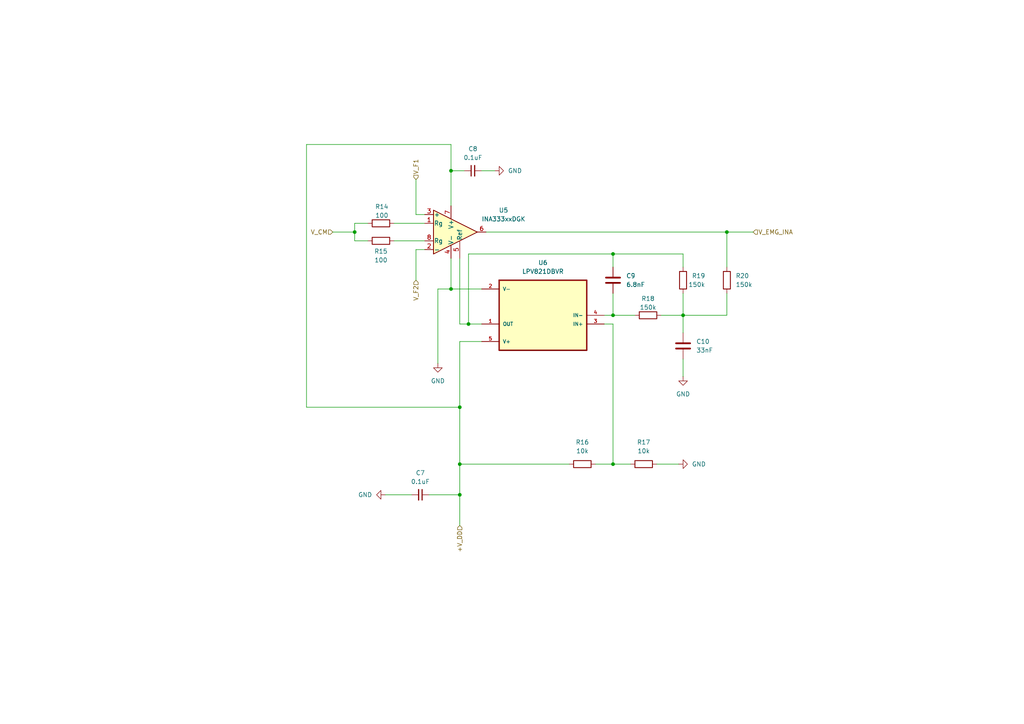
<source format=kicad_sch>
(kicad_sch
	(version 20231120)
	(generator "eeschema")
	(generator_version "8.0")
	(uuid "c3f45c6e-9751-4e4e-a212-dbf5b25dc3aa")
	(paper "A4")
	(lib_symbols
		(symbol "Amplifier_Instrumentation:INA333xxDGK"
			(pin_names
				(offset 0.127)
			)
			(exclude_from_sim no)
			(in_bom yes)
			(on_board yes)
			(property "Reference" "U"
				(at 3.81 3.175 0)
				(effects
					(font
						(size 1.27 1.27)
					)
					(justify left)
				)
			)
			(property "Value" "INA333xxDGK"
				(at 3.81 -3.175 0)
				(effects
					(font
						(size 1.27 1.27)
					)
					(justify left)
				)
			)
			(property "Footprint" "Package_SO:VSSOP-8_3x3mm_P0.65mm"
				(at 0 -7.62 0)
				(effects
					(font
						(size 1.27 1.27)
					)
					(hide yes)
				)
			)
			(property "Datasheet" "https://www.ti.com/lit/ds/symlink/ina333.pdf"
				(at 2.54 0 0)
				(effects
					(font
						(size 1.27 1.27)
					)
					(hide yes)
				)
			)
			(property "Description" "Zero Drift, Micropower Instrumentation Amplifier G = 1 + 100kOhm/Rg, VSSOP-8"
				(at 0 0 0)
				(effects
					(font
						(size 1.27 1.27)
					)
					(hide yes)
				)
			)
			(property "ki_keywords" "instrumentation opamp amplifier"
				(at 0 0 0)
				(effects
					(font
						(size 1.27 1.27)
					)
					(hide yes)
				)
			)
			(property "ki_fp_filters" "VSSOP*3x3mm*P0.65mm*"
				(at 0 0 0)
				(effects
					(font
						(size 1.27 1.27)
					)
					(hide yes)
				)
			)
			(symbol "INA333xxDGK_0_1"
				(polyline
					(pts
						(xy 7.62 0) (xy -5.08 6.35) (xy -5.08 -6.35) (xy 7.62 0)
					)
					(stroke
						(width 0.254)
						(type default)
					)
					(fill
						(type background)
					)
				)
			)
			(symbol "INA333xxDGK_1_1"
				(pin passive line
					(at -7.62 2.54 0)
					(length 2.54)
					(name "Rg"
						(effects
							(font
								(size 1.27 1.27)
							)
						)
					)
					(number "1"
						(effects
							(font
								(size 1.27 1.27)
							)
						)
					)
				)
				(pin input line
					(at -7.62 -5.08 0)
					(length 2.54)
					(name "-"
						(effects
							(font
								(size 1.27 1.27)
							)
						)
					)
					(number "2"
						(effects
							(font
								(size 1.27 1.27)
							)
						)
					)
				)
				(pin input line
					(at -7.62 5.08 0)
					(length 2.54)
					(name "+"
						(effects
							(font
								(size 1.27 1.27)
							)
						)
					)
					(number "3"
						(effects
							(font
								(size 1.27 1.27)
							)
						)
					)
				)
				(pin power_in line
					(at 0 -7.62 90)
					(length 3.81)
					(name "V-"
						(effects
							(font
								(size 1.27 1.27)
							)
						)
					)
					(number "4"
						(effects
							(font
								(size 1.27 1.27)
							)
						)
					)
				)
				(pin input line
					(at 2.54 -7.62 90)
					(length 5.08)
					(name "Ref"
						(effects
							(font
								(size 1.27 1.27)
							)
						)
					)
					(number "5"
						(effects
							(font
								(size 1.27 1.27)
							)
						)
					)
				)
				(pin output line
					(at 10.16 0 180)
					(length 2.54)
					(name "~"
						(effects
							(font
								(size 1.27 1.27)
							)
						)
					)
					(number "6"
						(effects
							(font
								(size 1.27 1.27)
							)
						)
					)
				)
				(pin power_in line
					(at 0 7.62 270)
					(length 3.81)
					(name "V+"
						(effects
							(font
								(size 1.27 1.27)
							)
						)
					)
					(number "7"
						(effects
							(font
								(size 1.27 1.27)
							)
						)
					)
				)
				(pin passive line
					(at -7.62 -2.54 0)
					(length 2.54)
					(name "Rg"
						(effects
							(font
								(size 1.27 1.27)
							)
						)
					)
					(number "8"
						(effects
							(font
								(size 1.27 1.27)
							)
						)
					)
				)
			)
		)
		(symbol "Device:C"
			(pin_numbers hide)
			(pin_names
				(offset 0.254)
			)
			(exclude_from_sim no)
			(in_bom yes)
			(on_board yes)
			(property "Reference" "C"
				(at 0.635 2.54 0)
				(effects
					(font
						(size 1.27 1.27)
					)
					(justify left)
				)
			)
			(property "Value" "C"
				(at 0.635 -2.54 0)
				(effects
					(font
						(size 1.27 1.27)
					)
					(justify left)
				)
			)
			(property "Footprint" ""
				(at 0.9652 -3.81 0)
				(effects
					(font
						(size 1.27 1.27)
					)
					(hide yes)
				)
			)
			(property "Datasheet" "~"
				(at 0 0 0)
				(effects
					(font
						(size 1.27 1.27)
					)
					(hide yes)
				)
			)
			(property "Description" "Unpolarized capacitor"
				(at 0 0 0)
				(effects
					(font
						(size 1.27 1.27)
					)
					(hide yes)
				)
			)
			(property "ki_keywords" "cap capacitor"
				(at 0 0 0)
				(effects
					(font
						(size 1.27 1.27)
					)
					(hide yes)
				)
			)
			(property "ki_fp_filters" "C_*"
				(at 0 0 0)
				(effects
					(font
						(size 1.27 1.27)
					)
					(hide yes)
				)
			)
			(symbol "C_0_1"
				(polyline
					(pts
						(xy -2.032 -0.762) (xy 2.032 -0.762)
					)
					(stroke
						(width 0.508)
						(type default)
					)
					(fill
						(type none)
					)
				)
				(polyline
					(pts
						(xy -2.032 0.762) (xy 2.032 0.762)
					)
					(stroke
						(width 0.508)
						(type default)
					)
					(fill
						(type none)
					)
				)
			)
			(symbol "C_1_1"
				(pin passive line
					(at 0 3.81 270)
					(length 2.794)
					(name "~"
						(effects
							(font
								(size 1.27 1.27)
							)
						)
					)
					(number "1"
						(effects
							(font
								(size 1.27 1.27)
							)
						)
					)
				)
				(pin passive line
					(at 0 -3.81 90)
					(length 2.794)
					(name "~"
						(effects
							(font
								(size 1.27 1.27)
							)
						)
					)
					(number "2"
						(effects
							(font
								(size 1.27 1.27)
							)
						)
					)
				)
			)
		)
		(symbol "Device:C_Small"
			(pin_numbers hide)
			(pin_names
				(offset 0.254) hide)
			(exclude_from_sim no)
			(in_bom yes)
			(on_board yes)
			(property "Reference" "C"
				(at 0.254 1.778 0)
				(effects
					(font
						(size 1.27 1.27)
					)
					(justify left)
				)
			)
			(property "Value" "C_Small"
				(at 0.254 -2.032 0)
				(effects
					(font
						(size 1.27 1.27)
					)
					(justify left)
				)
			)
			(property "Footprint" ""
				(at 0 0 0)
				(effects
					(font
						(size 1.27 1.27)
					)
					(hide yes)
				)
			)
			(property "Datasheet" "~"
				(at 0 0 0)
				(effects
					(font
						(size 1.27 1.27)
					)
					(hide yes)
				)
			)
			(property "Description" "Unpolarized capacitor, small symbol"
				(at 0 0 0)
				(effects
					(font
						(size 1.27 1.27)
					)
					(hide yes)
				)
			)
			(property "ki_keywords" "capacitor cap"
				(at 0 0 0)
				(effects
					(font
						(size 1.27 1.27)
					)
					(hide yes)
				)
			)
			(property "ki_fp_filters" "C_*"
				(at 0 0 0)
				(effects
					(font
						(size 1.27 1.27)
					)
					(hide yes)
				)
			)
			(symbol "C_Small_0_1"
				(polyline
					(pts
						(xy -1.524 -0.508) (xy 1.524 -0.508)
					)
					(stroke
						(width 0.3302)
						(type default)
					)
					(fill
						(type none)
					)
				)
				(polyline
					(pts
						(xy -1.524 0.508) (xy 1.524 0.508)
					)
					(stroke
						(width 0.3048)
						(type default)
					)
					(fill
						(type none)
					)
				)
			)
			(symbol "C_Small_1_1"
				(pin passive line
					(at 0 2.54 270)
					(length 2.032)
					(name "~"
						(effects
							(font
								(size 1.27 1.27)
							)
						)
					)
					(number "1"
						(effects
							(font
								(size 1.27 1.27)
							)
						)
					)
				)
				(pin passive line
					(at 0 -2.54 90)
					(length 2.032)
					(name "~"
						(effects
							(font
								(size 1.27 1.27)
							)
						)
					)
					(number "2"
						(effects
							(font
								(size 1.27 1.27)
							)
						)
					)
				)
			)
		)
		(symbol "Device:R"
			(pin_numbers hide)
			(pin_names
				(offset 0)
			)
			(exclude_from_sim no)
			(in_bom yes)
			(on_board yes)
			(property "Reference" "R"
				(at 2.032 0 90)
				(effects
					(font
						(size 1.27 1.27)
					)
				)
			)
			(property "Value" "R"
				(at 0 0 90)
				(effects
					(font
						(size 1.27 1.27)
					)
				)
			)
			(property "Footprint" ""
				(at -1.778 0 90)
				(effects
					(font
						(size 1.27 1.27)
					)
					(hide yes)
				)
			)
			(property "Datasheet" "~"
				(at 0 0 0)
				(effects
					(font
						(size 1.27 1.27)
					)
					(hide yes)
				)
			)
			(property "Description" "Resistor"
				(at 0 0 0)
				(effects
					(font
						(size 1.27 1.27)
					)
					(hide yes)
				)
			)
			(property "ki_keywords" "R res resistor"
				(at 0 0 0)
				(effects
					(font
						(size 1.27 1.27)
					)
					(hide yes)
				)
			)
			(property "ki_fp_filters" "R_*"
				(at 0 0 0)
				(effects
					(font
						(size 1.27 1.27)
					)
					(hide yes)
				)
			)
			(symbol "R_0_1"
				(rectangle
					(start -1.016 -2.54)
					(end 1.016 2.54)
					(stroke
						(width 0.254)
						(type default)
					)
					(fill
						(type none)
					)
				)
			)
			(symbol "R_1_1"
				(pin passive line
					(at 0 3.81 270)
					(length 1.27)
					(name "~"
						(effects
							(font
								(size 1.27 1.27)
							)
						)
					)
					(number "1"
						(effects
							(font
								(size 1.27 1.27)
							)
						)
					)
				)
				(pin passive line
					(at 0 -3.81 90)
					(length 1.27)
					(name "~"
						(effects
							(font
								(size 1.27 1.27)
							)
						)
					)
					(number "2"
						(effects
							(font
								(size 1.27 1.27)
							)
						)
					)
				)
			)
		)
		(symbol "LPV821DBVR:LPV821DBVR"
			(pin_names
				(offset 1.016)
			)
			(exclude_from_sim no)
			(in_bom yes)
			(on_board yes)
			(property "Reference" "U"
				(at -12.7 11.1506 0)
				(effects
					(font
						(size 1.27 1.27)
					)
					(justify left bottom)
				)
			)
			(property "Value" "LPV821DBVR"
				(at -12.7 -14.1478 0)
				(effects
					(font
						(size 1.27 1.27)
					)
					(justify left bottom)
				)
			)
			(property "Footprint" "SOT95P280X145-5N"
				(at 0 0 0)
				(effects
					(font
						(size 1.27 1.27)
					)
					(justify left bottom)
					(hide yes)
				)
			)
			(property "Datasheet" ""
				(at 0 0 0)
				(effects
					(font
						(size 1.27 1.27)
					)
					(justify left bottom)
					(hide yes)
				)
			)
			(property "Description" ""
				(at 0 0 0)
				(effects
					(font
						(size 1.27 1.27)
					)
					(hide yes)
				)
			)
			(property "MF" "Texas Instruments"
				(at 0 0 0)
				(effects
					(font
						(size 1.27 1.27)
					)
					(justify left bottom)
					(hide yes)
				)
			)
			(property "Description_1" "\\n650nA, Precision Zero-Drift Nanopower Amplifier\\n"
				(at 0 0 0)
				(effects
					(font
						(size 1.27 1.27)
					)
					(justify left bottom)
					(hide yes)
				)
			)
			(property "Package" "SOT-23-5 Texas Instruments"
				(at 0 0 0)
				(effects
					(font
						(size 1.27 1.27)
					)
					(justify left bottom)
					(hide yes)
				)
			)
			(property "Price" "None"
				(at 0 0 0)
				(effects
					(font
						(size 1.27 1.27)
					)
					(justify left bottom)
					(hide yes)
				)
			)
			(property "SnapEDA_Link" "https://www.snapeda.com/parts/LPV821DBVR/Texas+Instruments/view-part/?ref=snap"
				(at 0 0 0)
				(effects
					(font
						(size 1.27 1.27)
					)
					(justify left bottom)
					(hide yes)
				)
			)
			(property "MP" "LPV821DBVR"
				(at 0 0 0)
				(effects
					(font
						(size 1.27 1.27)
					)
					(justify left bottom)
					(hide yes)
				)
			)
			(property "Purchase-URL" "https://www.snapeda.com/api/url_track_click_mouser/?unipart_id=2773057&manufacturer=Texas Instruments&part_name=LPV821DBVR&search_term=None"
				(at 0 0 0)
				(effects
					(font
						(size 1.27 1.27)
					)
					(justify left bottom)
					(hide yes)
				)
			)
			(property "Availability" "In Stock"
				(at 0 0 0)
				(effects
					(font
						(size 1.27 1.27)
					)
					(justify left bottom)
					(hide yes)
				)
			)
			(property "Check_prices" "https://www.snapeda.com/parts/LPV821DBVR/Texas+Instruments/view-part/?ref=eda"
				(at 0 0 0)
				(effects
					(font
						(size 1.27 1.27)
					)
					(justify left bottom)
					(hide yes)
				)
			)
			(property "ki_locked" ""
				(at 0 0 0)
				(effects
					(font
						(size 1.27 1.27)
					)
				)
			)
			(symbol "LPV821DBVR_0_0"
				(rectangle
					(start -12.7 -10.16)
					(end 12.7 10.16)
					(stroke
						(width 0.4064)
						(type solid)
					)
					(fill
						(type background)
					)
				)
				(pin output line
					(at 17.78 2.54 180)
					(length 5.08)
					(name "OUT"
						(effects
							(font
								(size 1.016 1.016)
							)
						)
					)
					(number "1"
						(effects
							(font
								(size 1.016 1.016)
							)
						)
					)
				)
				(pin power_in line
					(at 17.78 -7.62 180)
					(length 5.08)
					(name "V-"
						(effects
							(font
								(size 1.016 1.016)
							)
						)
					)
					(number "2"
						(effects
							(font
								(size 1.016 1.016)
							)
						)
					)
				)
				(pin input line
					(at -17.78 2.54 0)
					(length 5.08)
					(name "IN+"
						(effects
							(font
								(size 1.016 1.016)
							)
						)
					)
					(number "3"
						(effects
							(font
								(size 1.016 1.016)
							)
						)
					)
				)
				(pin input line
					(at -17.78 0 0)
					(length 5.08)
					(name "IN-"
						(effects
							(font
								(size 1.016 1.016)
							)
						)
					)
					(number "4"
						(effects
							(font
								(size 1.016 1.016)
							)
						)
					)
				)
				(pin power_in line
					(at 17.78 7.62 180)
					(length 5.08)
					(name "V+"
						(effects
							(font
								(size 1.016 1.016)
							)
						)
					)
					(number "5"
						(effects
							(font
								(size 1.016 1.016)
							)
						)
					)
				)
			)
		)
		(symbol "power:GND"
			(power)
			(pin_numbers hide)
			(pin_names
				(offset 0) hide)
			(exclude_from_sim no)
			(in_bom yes)
			(on_board yes)
			(property "Reference" "#PWR"
				(at 0 -6.35 0)
				(effects
					(font
						(size 1.27 1.27)
					)
					(hide yes)
				)
			)
			(property "Value" "GND"
				(at 0 -3.81 0)
				(effects
					(font
						(size 1.27 1.27)
					)
				)
			)
			(property "Footprint" ""
				(at 0 0 0)
				(effects
					(font
						(size 1.27 1.27)
					)
					(hide yes)
				)
			)
			(property "Datasheet" ""
				(at 0 0 0)
				(effects
					(font
						(size 1.27 1.27)
					)
					(hide yes)
				)
			)
			(property "Description" "Power symbol creates a global label with name \"GND\" , ground"
				(at 0 0 0)
				(effects
					(font
						(size 1.27 1.27)
					)
					(hide yes)
				)
			)
			(property "ki_keywords" "global power"
				(at 0 0 0)
				(effects
					(font
						(size 1.27 1.27)
					)
					(hide yes)
				)
			)
			(symbol "GND_0_1"
				(polyline
					(pts
						(xy 0 0) (xy 0 -1.27) (xy 1.27 -1.27) (xy 0 -2.54) (xy -1.27 -1.27) (xy 0 -1.27)
					)
					(stroke
						(width 0)
						(type default)
					)
					(fill
						(type none)
					)
				)
			)
			(symbol "GND_1_1"
				(pin power_in line
					(at 0 0 270)
					(length 0)
					(name "~"
						(effects
							(font
								(size 1.27 1.27)
							)
						)
					)
					(number "1"
						(effects
							(font
								(size 1.27 1.27)
							)
						)
					)
				)
			)
		)
	)
	(junction
		(at 177.8 134.62)
		(diameter 0)
		(color 0 0 0 0)
		(uuid "20d7fe72-e138-4466-affe-de6924c82135")
	)
	(junction
		(at 135.89 93.98)
		(diameter 0)
		(color 0 0 0 0)
		(uuid "3cea7bbe-93c6-42da-ad3c-f63ea3dda0f1")
	)
	(junction
		(at 130.81 83.82)
		(diameter 0)
		(color 0 0 0 0)
		(uuid "4220abe8-be2a-4cc0-a7ad-cdb9591b6b63")
	)
	(junction
		(at 133.35 118.11)
		(diameter 0)
		(color 0 0 0 0)
		(uuid "705afec5-b000-439e-ad2a-7a255bbaa4db")
	)
	(junction
		(at 133.35 134.62)
		(diameter 0)
		(color 0 0 0 0)
		(uuid "83617cf2-8cf7-4aef-a308-1834e8776bc4")
	)
	(junction
		(at 198.12 91.44)
		(diameter 0)
		(color 0 0 0 0)
		(uuid "8c32e840-1f63-4959-886c-6e17e0d9098e")
	)
	(junction
		(at 177.8 91.44)
		(diameter 0)
		(color 0 0 0 0)
		(uuid "ab3e7ace-81da-4ac5-80f6-b6c6b693f87a")
	)
	(junction
		(at 130.81 49.53)
		(diameter 0)
		(color 0 0 0 0)
		(uuid "ad9fe2ec-fed4-4a7a-8923-6048d8bb9469")
	)
	(junction
		(at 133.35 143.51)
		(diameter 0)
		(color 0 0 0 0)
		(uuid "b27e5c4b-9e7e-4472-b1ed-229c0c6a50f3")
	)
	(junction
		(at 102.87 67.31)
		(diameter 0)
		(color 0 0 0 0)
		(uuid "bd6b2b9d-be97-4d52-bbee-90a64d9bcd41")
	)
	(junction
		(at 210.82 67.31)
		(diameter 0)
		(color 0 0 0 0)
		(uuid "ce3af7e6-9f9c-40eb-94db-b3d6fec247b5")
	)
	(junction
		(at 177.8 73.66)
		(diameter 0)
		(color 0 0 0 0)
		(uuid "ea0dd6bf-0747-4308-abb5-3b33a1f6e589")
	)
	(wire
		(pts
			(xy 119.38 143.51) (xy 111.76 143.51)
		)
		(stroke
			(width 0)
			(type default)
		)
		(uuid "0ccf6304-5a3e-4fe9-a9f2-286b93aaa2b1")
	)
	(wire
		(pts
			(xy 135.89 73.66) (xy 177.8 73.66)
		)
		(stroke
			(width 0)
			(type default)
		)
		(uuid "1445799f-6fe0-4a64-a906-11e3c8e48782")
	)
	(wire
		(pts
			(xy 102.87 64.77) (xy 106.68 64.77)
		)
		(stroke
			(width 0)
			(type default)
		)
		(uuid "1cb4d165-b663-42ae-8441-8aec4ef40ba2")
	)
	(wire
		(pts
			(xy 133.35 143.51) (xy 133.35 134.62)
		)
		(stroke
			(width 0)
			(type default)
		)
		(uuid "1cf17881-bc2f-4f13-bb82-bcf3ec8da7f9")
	)
	(wire
		(pts
			(xy 177.8 73.66) (xy 198.12 73.66)
		)
		(stroke
			(width 0)
			(type default)
		)
		(uuid "1d16c7f8-9b8f-4d90-a041-4174dfb5b89e")
	)
	(wire
		(pts
			(xy 130.81 41.91) (xy 130.81 49.53)
		)
		(stroke
			(width 0)
			(type default)
		)
		(uuid "1fd517e3-c26d-4838-ba03-2e435daa1ccb")
	)
	(wire
		(pts
			(xy 198.12 91.44) (xy 210.82 91.44)
		)
		(stroke
			(width 0)
			(type default)
		)
		(uuid "2064cd00-7882-4b66-8852-846eb304ba6c")
	)
	(wire
		(pts
			(xy 139.7 49.53) (xy 143.51 49.53)
		)
		(stroke
			(width 0)
			(type default)
		)
		(uuid "2160cb32-8c6b-4021-ade6-8236299c8a6a")
	)
	(wire
		(pts
			(xy 102.87 67.31) (xy 102.87 64.77)
		)
		(stroke
			(width 0)
			(type default)
		)
		(uuid "230e5cbc-ea7f-415b-8358-cabab475a2dd")
	)
	(wire
		(pts
			(xy 130.81 83.82) (xy 127 83.82)
		)
		(stroke
			(width 0)
			(type default)
		)
		(uuid "25de48c4-239f-44d8-9daa-87f04bb396c8")
	)
	(wire
		(pts
			(xy 133.35 93.98) (xy 133.35 74.93)
		)
		(stroke
			(width 0)
			(type default)
		)
		(uuid "27d055f4-892b-4cb1-affa-7d8e924b5027")
	)
	(wire
		(pts
			(xy 210.82 67.31) (xy 218.44 67.31)
		)
		(stroke
			(width 0)
			(type default)
		)
		(uuid "2856f1c7-6829-4580-a357-3dee18aa488e")
	)
	(wire
		(pts
			(xy 139.7 83.82) (xy 130.81 83.82)
		)
		(stroke
			(width 0)
			(type default)
		)
		(uuid "2a61f2f0-2c88-4574-838a-167dc063715b")
	)
	(wire
		(pts
			(xy 177.8 73.66) (xy 177.8 77.47)
		)
		(stroke
			(width 0)
			(type default)
		)
		(uuid "34eee5c5-c2c2-4f4f-9b0a-0559089e5ac6")
	)
	(wire
		(pts
			(xy 130.81 74.93) (xy 130.81 83.82)
		)
		(stroke
			(width 0)
			(type default)
		)
		(uuid "4e94dcb1-cf7c-42e5-8bb2-7e038c956d76")
	)
	(wire
		(pts
			(xy 172.72 134.62) (xy 177.8 134.62)
		)
		(stroke
			(width 0)
			(type default)
		)
		(uuid "4e96cb63-ad46-4eec-9ee4-b3e5e194969a")
	)
	(wire
		(pts
			(xy 102.87 69.85) (xy 106.68 69.85)
		)
		(stroke
			(width 0)
			(type default)
		)
		(uuid "4f29b18a-9233-4564-948b-7ac11738d476")
	)
	(wire
		(pts
			(xy 198.12 85.09) (xy 198.12 91.44)
		)
		(stroke
			(width 0)
			(type default)
		)
		(uuid "574e8967-8e4f-4600-b847-5c59f670bbdd")
	)
	(wire
		(pts
			(xy 96.52 67.31) (xy 102.87 67.31)
		)
		(stroke
			(width 0)
			(type default)
		)
		(uuid "5f241874-7468-494b-b15c-89bc3e84c7a0")
	)
	(wire
		(pts
			(xy 139.7 99.06) (xy 133.35 99.06)
		)
		(stroke
			(width 0)
			(type default)
		)
		(uuid "5f28ceea-7a90-405a-8d78-0e0b18fb5cf2")
	)
	(wire
		(pts
			(xy 177.8 85.09) (xy 177.8 91.44)
		)
		(stroke
			(width 0)
			(type default)
		)
		(uuid "605985b5-b41c-47d8-aef9-6fa715db42e8")
	)
	(wire
		(pts
			(xy 139.7 93.98) (xy 135.89 93.98)
		)
		(stroke
			(width 0)
			(type default)
		)
		(uuid "65f0d24e-b4ea-4b34-82b5-b68f0567460c")
	)
	(wire
		(pts
			(xy 134.62 49.53) (xy 130.81 49.53)
		)
		(stroke
			(width 0)
			(type default)
		)
		(uuid "67c8e0ee-e327-485b-a15c-c94867932400")
	)
	(wire
		(pts
			(xy 177.8 134.62) (xy 182.88 134.62)
		)
		(stroke
			(width 0)
			(type default)
		)
		(uuid "818cc1ae-4234-46d6-9ac9-94909e5ce5d4")
	)
	(wire
		(pts
			(xy 198.12 104.14) (xy 198.12 109.22)
		)
		(stroke
			(width 0)
			(type default)
		)
		(uuid "86718419-4f97-4345-8f60-be81b8130479")
	)
	(wire
		(pts
			(xy 114.3 64.77) (xy 123.19 64.77)
		)
		(stroke
			(width 0)
			(type default)
		)
		(uuid "8a887d9d-8e94-420d-aea0-715134760c96")
	)
	(wire
		(pts
			(xy 191.77 91.44) (xy 198.12 91.44)
		)
		(stroke
			(width 0)
			(type default)
		)
		(uuid "903af2ab-2897-485f-a962-507192204b85")
	)
	(wire
		(pts
			(xy 120.65 81.28) (xy 120.65 72.39)
		)
		(stroke
			(width 0)
			(type default)
		)
		(uuid "90fc181e-4c3f-4743-9141-28549faa0a92")
	)
	(wire
		(pts
			(xy 210.82 67.31) (xy 210.82 77.47)
		)
		(stroke
			(width 0)
			(type default)
		)
		(uuid "9595b48e-f0ca-4234-968d-6784ca9fe984")
	)
	(wire
		(pts
			(xy 135.89 93.98) (xy 133.35 93.98)
		)
		(stroke
			(width 0)
			(type default)
		)
		(uuid "a1d9c664-277d-4070-b5b9-5612e5eaaa2e")
	)
	(wire
		(pts
			(xy 177.8 91.44) (xy 184.15 91.44)
		)
		(stroke
			(width 0)
			(type default)
		)
		(uuid "b3d59384-ead5-4ff1-8c23-0bf7fdee7a30")
	)
	(wire
		(pts
			(xy 133.35 99.06) (xy 133.35 118.11)
		)
		(stroke
			(width 0)
			(type default)
		)
		(uuid "b3e860a8-8f31-4486-a3d7-56bf2e0fd9ca")
	)
	(wire
		(pts
			(xy 175.26 93.98) (xy 177.8 93.98)
		)
		(stroke
			(width 0)
			(type default)
		)
		(uuid "b75f3fd4-0756-47ff-a873-87b0879b217a")
	)
	(wire
		(pts
			(xy 88.9 41.91) (xy 130.81 41.91)
		)
		(stroke
			(width 0)
			(type default)
		)
		(uuid "bdcae3a0-078e-477e-b850-2bb32fc04ee6")
	)
	(wire
		(pts
			(xy 133.35 143.51) (xy 133.35 152.4)
		)
		(stroke
			(width 0)
			(type default)
		)
		(uuid "be3cc39a-2d63-492d-b77d-cd8d8025a909")
	)
	(wire
		(pts
			(xy 130.81 49.53) (xy 130.81 59.69)
		)
		(stroke
			(width 0)
			(type default)
		)
		(uuid "c223f2f7-9569-49f8-9d25-81441c0ea2b8")
	)
	(wire
		(pts
			(xy 114.3 69.85) (xy 123.19 69.85)
		)
		(stroke
			(width 0)
			(type default)
		)
		(uuid "c546fbb1-29e6-4bb6-9acf-ad2578bd1337")
	)
	(wire
		(pts
			(xy 133.35 134.62) (xy 165.1 134.62)
		)
		(stroke
			(width 0)
			(type default)
		)
		(uuid "c6580ca6-bf9f-4150-b7d5-e29041a6298c")
	)
	(wire
		(pts
			(xy 140.97 67.31) (xy 210.82 67.31)
		)
		(stroke
			(width 0)
			(type default)
		)
		(uuid "c7ee3fe2-d393-42f5-9862-f36ad13d62d4")
	)
	(wire
		(pts
			(xy 88.9 118.11) (xy 88.9 41.91)
		)
		(stroke
			(width 0)
			(type default)
		)
		(uuid "c8e1e93d-6843-4708-bb24-93027a16cae3")
	)
	(wire
		(pts
			(xy 177.8 93.98) (xy 177.8 134.62)
		)
		(stroke
			(width 0)
			(type default)
		)
		(uuid "c9476c44-988c-4fb9-93ec-31eda96aa076")
	)
	(wire
		(pts
			(xy 190.5 134.62) (xy 196.85 134.62)
		)
		(stroke
			(width 0)
			(type default)
		)
		(uuid "cca2ba52-b8c0-4713-bfbc-c97168bf3891")
	)
	(wire
		(pts
			(xy 198.12 91.44) (xy 198.12 96.52)
		)
		(stroke
			(width 0)
			(type default)
		)
		(uuid "d571a16a-c4c8-4df4-be5f-91e59ec04ada")
	)
	(wire
		(pts
			(xy 133.35 118.11) (xy 133.35 134.62)
		)
		(stroke
			(width 0)
			(type default)
		)
		(uuid "d5cc224a-0c9c-4874-9be4-1ac4a477605c")
	)
	(wire
		(pts
			(xy 102.87 67.31) (xy 102.87 69.85)
		)
		(stroke
			(width 0)
			(type default)
		)
		(uuid "d8caee2a-1d85-4757-a918-58559090d403")
	)
	(wire
		(pts
			(xy 175.26 91.44) (xy 177.8 91.44)
		)
		(stroke
			(width 0)
			(type default)
		)
		(uuid "dda6994f-b334-43d0-b194-892d669c8718")
	)
	(wire
		(pts
			(xy 124.46 143.51) (xy 133.35 143.51)
		)
		(stroke
			(width 0)
			(type default)
		)
		(uuid "e4da70aa-f54c-49e6-9742-dc45c61a2772")
	)
	(wire
		(pts
			(xy 135.89 93.98) (xy 135.89 73.66)
		)
		(stroke
			(width 0)
			(type default)
		)
		(uuid "eb75ba86-5eb2-4369-80b3-eafd7f9ccd15")
	)
	(wire
		(pts
			(xy 127 83.82) (xy 127 105.41)
		)
		(stroke
			(width 0)
			(type default)
		)
		(uuid "eba684de-22eb-485a-b4b1-475d29b541ac")
	)
	(wire
		(pts
			(xy 120.65 72.39) (xy 123.19 72.39)
		)
		(stroke
			(width 0)
			(type default)
		)
		(uuid "ec7732a7-d505-4a02-8f7d-8b844ca8a043")
	)
	(wire
		(pts
			(xy 120.65 62.23) (xy 123.19 62.23)
		)
		(stroke
			(width 0)
			(type default)
		)
		(uuid "ed5316e8-0365-413e-98a9-9226ef9d792d")
	)
	(wire
		(pts
			(xy 198.12 73.66) (xy 198.12 77.47)
		)
		(stroke
			(width 0)
			(type default)
		)
		(uuid "efd15920-3499-4fd7-96c6-cd3d7d10514f")
	)
	(wire
		(pts
			(xy 133.35 118.11) (xy 88.9 118.11)
		)
		(stroke
			(width 0)
			(type default)
		)
		(uuid "f4d319a1-0dc8-447b-886c-5d6c3b2f3187")
	)
	(wire
		(pts
			(xy 210.82 91.44) (xy 210.82 85.09)
		)
		(stroke
			(width 0)
			(type default)
		)
		(uuid "fd559fab-45d1-45d7-aed1-a20db947b0c4")
	)
	(wire
		(pts
			(xy 120.65 52.07) (xy 120.65 62.23)
		)
		(stroke
			(width 0)
			(type default)
		)
		(uuid "fe2cede6-69b0-40b7-959b-13f1d769b5bd")
	)
	(hierarchical_label "+V_DD"
		(shape input)
		(at 133.35 152.4 270)
		(fields_autoplaced yes)
		(effects
			(font
				(size 1.27 1.27)
			)
			(justify right)
		)
		(uuid "7c9b869d-88c0-4056-acea-ce0d6df6514b")
	)
	(hierarchical_label "V_F2"
		(shape input)
		(at 120.65 81.28 270)
		(fields_autoplaced yes)
		(effects
			(font
				(size 1.27 1.27)
			)
			(justify right)
		)
		(uuid "acd27000-4a50-4d3f-8faf-26a2c5c17770")
	)
	(hierarchical_label "V_EMG_INA"
		(shape input)
		(at 218.44 67.31 0)
		(fields_autoplaced yes)
		(effects
			(font
				(size 1.27 1.27)
			)
			(justify left)
		)
		(uuid "e2de15bc-8c11-4541-9adf-b9da4291ffdb")
	)
	(hierarchical_label "V_F1"
		(shape input)
		(at 120.65 52.07 90)
		(fields_autoplaced yes)
		(effects
			(font
				(size 1.27 1.27)
			)
			(justify left)
		)
		(uuid "e587032f-e0f7-4783-9012-42dff72a636b")
	)
	(hierarchical_label "V_CM"
		(shape input)
		(at 96.52 67.31 180)
		(fields_autoplaced yes)
		(effects
			(font
				(size 1.27 1.27)
			)
			(justify right)
		)
		(uuid "ea7498b2-aa56-42d7-8650-48fb9235235a")
	)
	(symbol
		(lib_id "Device:C")
		(at 198.12 100.33 0)
		(unit 1)
		(exclude_from_sim no)
		(in_bom yes)
		(on_board yes)
		(dnp no)
		(fields_autoplaced yes)
		(uuid "06f5a5c3-4218-4f29-8173-47385b1961cf")
		(property "Reference" "C10"
			(at 201.93 99.0599 0)
			(effects
				(font
					(size 1.27 1.27)
				)
				(justify left)
			)
		)
		(property "Value" "33nF"
			(at 201.93 101.5999 0)
			(effects
				(font
					(size 1.27 1.27)
				)
				(justify left)
			)
		)
		(property "Footprint" "Capacitor_SMD:C_0805_2012Metric"
			(at 199.0852 104.14 0)
			(effects
				(font
					(size 1.27 1.27)
				)
				(hide yes)
			)
		)
		(property "Datasheet" "~"
			(at 198.12 100.33 0)
			(effects
				(font
					(size 1.27 1.27)
				)
				(hide yes)
			)
		)
		(property "Description" "Unpolarized capacitor"
			(at 198.12 100.33 0)
			(effects
				(font
					(size 1.27 1.27)
				)
				(hide yes)
			)
		)
		(pin "2"
			(uuid "2d365d6a-b9ea-4a5f-93a7-788bfc8b19f9")
		)
		(pin "1"
			(uuid "a0a39946-5d3a-4052-984f-8796fc9218dc")
		)
		(instances
			(project "SigAcqModule_TwoSided"
				(path "/35a76d6a-a0c5-4989-a335-ebbff193f82f/72fc0472-f3f0-421e-b55d-48068e512543/e43befae-fde2-421e-a60d-f0a40d16233c"
					(reference "C10")
					(unit 1)
				)
			)
		)
	)
	(symbol
		(lib_id "Device:R")
		(at 198.12 81.28 180)
		(unit 1)
		(exclude_from_sim no)
		(in_bom yes)
		(on_board yes)
		(dnp no)
		(uuid "0e973609-e314-44bf-9159-845b18dff609")
		(property "Reference" "R19"
			(at 200.66 80.0099 0)
			(effects
				(font
					(size 1.27 1.27)
				)
				(justify right)
			)
		)
		(property "Value" "150k"
			(at 199.644 82.55 0)
			(effects
				(font
					(size 1.27 1.27)
				)
				(justify right)
			)
		)
		(property "Footprint" "Resistor_SMD:R_0402_1005Metric"
			(at 199.898 81.28 90)
			(effects
				(font
					(size 1.27 1.27)
				)
				(hide yes)
			)
		)
		(property "Datasheet" "~"
			(at 198.12 81.28 0)
			(effects
				(font
					(size 1.27 1.27)
				)
				(hide yes)
			)
		)
		(property "Description" "Resistor"
			(at 198.12 81.28 0)
			(effects
				(font
					(size 1.27 1.27)
				)
				(hide yes)
			)
		)
		(pin "2"
			(uuid "7c5a0871-c2c6-46ce-99e5-b4799990c46d")
		)
		(pin "1"
			(uuid "57f76514-f836-42a8-8ed0-2ec4224bdc09")
		)
		(instances
			(project "SigAcqModule_TwoSided"
				(path "/35a76d6a-a0c5-4989-a335-ebbff193f82f/72fc0472-f3f0-421e-b55d-48068e512543/e43befae-fde2-421e-a60d-f0a40d16233c"
					(reference "R19")
					(unit 1)
				)
			)
		)
	)
	(symbol
		(lib_id "Device:R")
		(at 110.49 64.77 90)
		(unit 1)
		(exclude_from_sim no)
		(in_bom yes)
		(on_board yes)
		(dnp no)
		(uuid "32089105-2649-4ae4-be38-cd33b6952e21")
		(property "Reference" "R14"
			(at 110.744 59.944 90)
			(effects
				(font
					(size 1.27 1.27)
				)
			)
		)
		(property "Value" "100"
			(at 110.744 62.484 90)
			(effects
				(font
					(size 1.27 1.27)
				)
			)
		)
		(property "Footprint" "Resistor_SMD:R_0402_1005Metric"
			(at 110.49 66.548 90)
			(effects
				(font
					(size 1.27 1.27)
				)
				(hide yes)
			)
		)
		(property "Datasheet" "~"
			(at 110.49 64.77 0)
			(effects
				(font
					(size 1.27 1.27)
				)
				(hide yes)
			)
		)
		(property "Description" "Resistor"
			(at 110.49 64.77 0)
			(effects
				(font
					(size 1.27 1.27)
				)
				(hide yes)
			)
		)
		(pin "2"
			(uuid "cd75fa63-a450-4d23-b2e8-77874a5ecb91")
		)
		(pin "1"
			(uuid "b58ae7c3-a901-40be-b59d-99af73a301ad")
		)
		(instances
			(project "SigAcqModule_TwoSided"
				(path "/35a76d6a-a0c5-4989-a335-ebbff193f82f/72fc0472-f3f0-421e-b55d-48068e512543/e43befae-fde2-421e-a60d-f0a40d16233c"
					(reference "R14")
					(unit 1)
				)
			)
		)
	)
	(symbol
		(lib_id "Device:C_Small")
		(at 121.92 143.51 270)
		(unit 1)
		(exclude_from_sim no)
		(in_bom yes)
		(on_board yes)
		(dnp no)
		(fields_autoplaced yes)
		(uuid "5a447cd0-2445-4cd1-935f-1335aec89cbd")
		(property "Reference" "C7"
			(at 121.9136 137.16 90)
			(effects
				(font
					(size 1.27 1.27)
				)
			)
		)
		(property "Value" "0.1uF"
			(at 121.9136 139.7 90)
			(effects
				(font
					(size 1.27 1.27)
				)
			)
		)
		(property "Footprint" "Capacitor_SMD:C_0402_1005Metric"
			(at 121.92 143.51 0)
			(effects
				(font
					(size 1.27 1.27)
				)
				(hide yes)
			)
		)
		(property "Datasheet" "~"
			(at 121.92 143.51 0)
			(effects
				(font
					(size 1.27 1.27)
				)
				(hide yes)
			)
		)
		(property "Description" "Unpolarized capacitor, small symbol"
			(at 121.92 143.51 0)
			(effects
				(font
					(size 1.27 1.27)
				)
				(hide yes)
			)
		)
		(pin "1"
			(uuid "ccbb2fbf-37b6-44fb-a4d8-ca0c595128ad")
		)
		(pin "2"
			(uuid "7cbc18ef-8434-4c14-9b96-60ddc704c9e9")
		)
		(instances
			(project "SigAcqModule_TwoSided"
				(path "/35a76d6a-a0c5-4989-a335-ebbff193f82f/72fc0472-f3f0-421e-b55d-48068e512543/e43befae-fde2-421e-a60d-f0a40d16233c"
					(reference "C7")
					(unit 1)
				)
			)
		)
	)
	(symbol
		(lib_id "power:GND")
		(at 196.85 134.62 90)
		(unit 1)
		(exclude_from_sim no)
		(in_bom yes)
		(on_board yes)
		(dnp no)
		(fields_autoplaced yes)
		(uuid "61893782-63e7-4c60-8043-e3388d8fd0bd")
		(property "Reference" "#PWR019"
			(at 203.2 134.62 0)
			(effects
				(font
					(size 1.27 1.27)
				)
				(hide yes)
			)
		)
		(property "Value" "GND"
			(at 200.66 134.6199 90)
			(effects
				(font
					(size 1.27 1.27)
				)
				(justify right)
			)
		)
		(property "Footprint" ""
			(at 196.85 134.62 0)
			(effects
				(font
					(size 1.27 1.27)
				)
				(hide yes)
			)
		)
		(property "Datasheet" ""
			(at 196.85 134.62 0)
			(effects
				(font
					(size 1.27 1.27)
				)
				(hide yes)
			)
		)
		(property "Description" "Power symbol creates a global label with name \"GND\" , ground"
			(at 196.85 134.62 0)
			(effects
				(font
					(size 1.27 1.27)
				)
				(hide yes)
			)
		)
		(pin "1"
			(uuid "d9b718a6-6b51-42a2-aff6-155ac35442f9")
		)
		(instances
			(project "SigAcqModule_TwoSided"
				(path "/35a76d6a-a0c5-4989-a335-ebbff193f82f/72fc0472-f3f0-421e-b55d-48068e512543/e43befae-fde2-421e-a60d-f0a40d16233c"
					(reference "#PWR019")
					(unit 1)
				)
			)
		)
	)
	(symbol
		(lib_id "Device:R")
		(at 110.49 69.85 90)
		(unit 1)
		(exclude_from_sim no)
		(in_bom yes)
		(on_board yes)
		(dnp no)
		(uuid "62da04c3-7fe7-48ec-9f13-9069ecb412cc")
		(property "Reference" "R15"
			(at 110.49 72.898 90)
			(effects
				(font
					(size 1.27 1.27)
				)
			)
		)
		(property "Value" "100"
			(at 110.49 75.438 90)
			(effects
				(font
					(size 1.27 1.27)
				)
			)
		)
		(property "Footprint" "Resistor_SMD:R_0402_1005Metric"
			(at 110.49 71.628 90)
			(effects
				(font
					(size 1.27 1.27)
				)
				(hide yes)
			)
		)
		(property "Datasheet" "~"
			(at 110.49 69.85 0)
			(effects
				(font
					(size 1.27 1.27)
				)
				(hide yes)
			)
		)
		(property "Description" "Resistor"
			(at 110.49 69.85 0)
			(effects
				(font
					(size 1.27 1.27)
				)
				(hide yes)
			)
		)
		(pin "2"
			(uuid "bfc2e68b-fb47-4cff-8534-e37a6bebfdfc")
		)
		(pin "1"
			(uuid "09b76066-8233-4270-86f5-704677bdba69")
		)
		(instances
			(project "SigAcqModule_TwoSided"
				(path "/35a76d6a-a0c5-4989-a335-ebbff193f82f/72fc0472-f3f0-421e-b55d-48068e512543/e43befae-fde2-421e-a60d-f0a40d16233c"
					(reference "R15")
					(unit 1)
				)
			)
		)
	)
	(symbol
		(lib_id "Device:R")
		(at 210.82 81.28 180)
		(unit 1)
		(exclude_from_sim no)
		(in_bom yes)
		(on_board yes)
		(dnp no)
		(fields_autoplaced yes)
		(uuid "7645846a-cbe8-4334-a4ef-b7a5c2ed495f")
		(property "Reference" "R20"
			(at 213.36 80.0099 0)
			(effects
				(font
					(size 1.27 1.27)
				)
				(justify right)
			)
		)
		(property "Value" "150k"
			(at 213.36 82.5499 0)
			(effects
				(font
					(size 1.27 1.27)
				)
				(justify right)
			)
		)
		(property "Footprint" "Resistor_SMD:R_0402_1005Metric"
			(at 212.598 81.28 90)
			(effects
				(font
					(size 1.27 1.27)
				)
				(hide yes)
			)
		)
		(property "Datasheet" "~"
			(at 210.82 81.28 0)
			(effects
				(font
					(size 1.27 1.27)
				)
				(hide yes)
			)
		)
		(property "Description" "Resistor"
			(at 210.82 81.28 0)
			(effects
				(font
					(size 1.27 1.27)
				)
				(hide yes)
			)
		)
		(pin "2"
			(uuid "d72db0ae-ba07-45d1-9ffd-408a4430fe11")
		)
		(pin "1"
			(uuid "b4689d7e-d27a-4353-977c-3a8f90be7d2f")
		)
		(instances
			(project "SigAcqModule_TwoSided"
				(path "/35a76d6a-a0c5-4989-a335-ebbff193f82f/72fc0472-f3f0-421e-b55d-48068e512543/e43befae-fde2-421e-a60d-f0a40d16233c"
					(reference "R20")
					(unit 1)
				)
			)
		)
	)
	(symbol
		(lib_id "power:GND")
		(at 198.12 109.22 0)
		(unit 1)
		(exclude_from_sim no)
		(in_bom yes)
		(on_board yes)
		(dnp no)
		(fields_autoplaced yes)
		(uuid "78e1df85-32c3-4d8e-a8be-04439427515b")
		(property "Reference" "#PWR020"
			(at 198.12 115.57 0)
			(effects
				(font
					(size 1.27 1.27)
				)
				(hide yes)
			)
		)
		(property "Value" "GND"
			(at 198.12 114.3 0)
			(effects
				(font
					(size 1.27 1.27)
				)
			)
		)
		(property "Footprint" ""
			(at 198.12 109.22 0)
			(effects
				(font
					(size 1.27 1.27)
				)
				(hide yes)
			)
		)
		(property "Datasheet" ""
			(at 198.12 109.22 0)
			(effects
				(font
					(size 1.27 1.27)
				)
				(hide yes)
			)
		)
		(property "Description" "Power symbol creates a global label with name \"GND\" , ground"
			(at 198.12 109.22 0)
			(effects
				(font
					(size 1.27 1.27)
				)
				(hide yes)
			)
		)
		(pin "1"
			(uuid "7534b75b-e8f2-4d2f-9d23-1a94ba96a956")
		)
		(instances
			(project "SigAcqModule_TwoSided"
				(path "/35a76d6a-a0c5-4989-a335-ebbff193f82f/72fc0472-f3f0-421e-b55d-48068e512543/e43befae-fde2-421e-a60d-f0a40d16233c"
					(reference "#PWR020")
					(unit 1)
				)
			)
		)
	)
	(symbol
		(lib_id "Amplifier_Instrumentation:INA333xxDGK")
		(at 130.81 67.31 0)
		(unit 1)
		(exclude_from_sim no)
		(in_bom yes)
		(on_board yes)
		(dnp no)
		(fields_autoplaced yes)
		(uuid "7ecf5972-84e9-42f6-bbc9-1bad7fd7a185")
		(property "Reference" "U5"
			(at 146.05 60.9914 0)
			(effects
				(font
					(size 1.27 1.27)
				)
			)
		)
		(property "Value" "INA333xxDGK"
			(at 146.05 63.5314 0)
			(effects
				(font
					(size 1.27 1.27)
				)
			)
		)
		(property "Footprint" "Package_SO:VSSOP-8_3x3mm_P0.65mm"
			(at 130.81 74.93 0)
			(effects
				(font
					(size 1.27 1.27)
				)
				(hide yes)
			)
		)
		(property "Datasheet" "https://www.ti.com/lit/ds/symlink/ina333.pdf"
			(at 133.35 67.31 0)
			(effects
				(font
					(size 1.27 1.27)
				)
				(hide yes)
			)
		)
		(property "Description" "Zero Drift, Micropower Instrumentation Amplifier G = 1 + 100kOhm/Rg, VSSOP-8"
			(at 130.81 67.31 0)
			(effects
				(font
					(size 1.27 1.27)
				)
				(hide yes)
			)
		)
		(pin "1"
			(uuid "f14e62ad-c51b-400b-895f-ff045d7c6e01")
		)
		(pin "3"
			(uuid "a6fd9b3a-8c97-441b-8d64-de25e53f6598")
		)
		(pin "7"
			(uuid "b50c64d0-0463-4588-98a1-3e1d3d59d93b")
		)
		(pin "8"
			(uuid "0479f648-8250-4715-8337-2018bb9b8138")
		)
		(pin "4"
			(uuid "270a6a81-d354-41be-95af-51179e73aa99")
		)
		(pin "6"
			(uuid "03378c5c-80f4-4bfe-b04f-c582db721763")
		)
		(pin "5"
			(uuid "5d8be087-3c27-4351-a05f-781f1c995bac")
		)
		(pin "2"
			(uuid "ce17c404-cb42-4e6c-a330-c15e277063c6")
		)
		(instances
			(project "SigAcqModule_TwoSided"
				(path "/35a76d6a-a0c5-4989-a335-ebbff193f82f/72fc0472-f3f0-421e-b55d-48068e512543/e43befae-fde2-421e-a60d-f0a40d16233c"
					(reference "U5")
					(unit 1)
				)
			)
		)
	)
	(symbol
		(lib_id "power:GND")
		(at 111.76 143.51 270)
		(unit 1)
		(exclude_from_sim no)
		(in_bom yes)
		(on_board yes)
		(dnp no)
		(fields_autoplaced yes)
		(uuid "82a50e9b-0793-4a00-b3aa-52a80e1618a3")
		(property "Reference" "#PWR016"
			(at 105.41 143.51 0)
			(effects
				(font
					(size 1.27 1.27)
				)
				(hide yes)
			)
		)
		(property "Value" "GND"
			(at 107.95 143.5101 90)
			(effects
				(font
					(size 1.27 1.27)
				)
				(justify right)
			)
		)
		(property "Footprint" ""
			(at 111.76 143.51 0)
			(effects
				(font
					(size 1.27 1.27)
				)
				(hide yes)
			)
		)
		(property "Datasheet" ""
			(at 111.76 143.51 0)
			(effects
				(font
					(size 1.27 1.27)
				)
				(hide yes)
			)
		)
		(property "Description" "Power symbol creates a global label with name \"GND\" , ground"
			(at 111.76 143.51 0)
			(effects
				(font
					(size 1.27 1.27)
				)
				(hide yes)
			)
		)
		(pin "1"
			(uuid "07e62be6-5328-4180-bf15-432c6dc2b9b1")
		)
		(instances
			(project "SigAcqModule_TwoSided"
				(path "/35a76d6a-a0c5-4989-a335-ebbff193f82f/72fc0472-f3f0-421e-b55d-48068e512543/e43befae-fde2-421e-a60d-f0a40d16233c"
					(reference "#PWR016")
					(unit 1)
				)
			)
		)
	)
	(symbol
		(lib_id "Device:C_Small")
		(at 137.16 49.53 90)
		(unit 1)
		(exclude_from_sim no)
		(in_bom yes)
		(on_board yes)
		(dnp no)
		(fields_autoplaced yes)
		(uuid "941bc027-1228-4b75-ad75-8f370f4ae875")
		(property "Reference" "C8"
			(at 137.1663 43.18 90)
			(effects
				(font
					(size 1.27 1.27)
				)
			)
		)
		(property "Value" "0.1uF"
			(at 137.1663 45.72 90)
			(effects
				(font
					(size 1.27 1.27)
				)
			)
		)
		(property "Footprint" "Capacitor_SMD:C_0402_1005Metric"
			(at 137.16 49.53 0)
			(effects
				(font
					(size 1.27 1.27)
				)
				(hide yes)
			)
		)
		(property "Datasheet" "~"
			(at 137.16 49.53 0)
			(effects
				(font
					(size 1.27 1.27)
				)
				(hide yes)
			)
		)
		(property "Description" "Unpolarized capacitor, small symbol"
			(at 137.16 49.53 0)
			(effects
				(font
					(size 1.27 1.27)
				)
				(hide yes)
			)
		)
		(pin "1"
			(uuid "bd574de7-3c75-4774-b2b5-a8a9e78ba8ba")
		)
		(pin "2"
			(uuid "dcb0d586-2d84-4f85-b975-717985b986a0")
		)
		(instances
			(project "SigAcqModule_TwoSided"
				(path "/35a76d6a-a0c5-4989-a335-ebbff193f82f/72fc0472-f3f0-421e-b55d-48068e512543/e43befae-fde2-421e-a60d-f0a40d16233c"
					(reference "C8")
					(unit 1)
				)
			)
		)
	)
	(symbol
		(lib_id "Device:R")
		(at 168.91 134.62 90)
		(unit 1)
		(exclude_from_sim no)
		(in_bom yes)
		(on_board yes)
		(dnp no)
		(fields_autoplaced yes)
		(uuid "bd024bb9-c1ef-4177-92c9-7ad532123f42")
		(property "Reference" "R16"
			(at 168.91 128.27 90)
			(effects
				(font
					(size 1.27 1.27)
				)
			)
		)
		(property "Value" "10k"
			(at 168.91 130.81 90)
			(effects
				(font
					(size 1.27 1.27)
				)
			)
		)
		(property "Footprint" "Resistor_SMD:R_0402_1005Metric"
			(at 168.91 136.398 90)
			(effects
				(font
					(size 1.27 1.27)
				)
				(hide yes)
			)
		)
		(property "Datasheet" "~"
			(at 168.91 134.62 0)
			(effects
				(font
					(size 1.27 1.27)
				)
				(hide yes)
			)
		)
		(property "Description" "Resistor"
			(at 168.91 134.62 0)
			(effects
				(font
					(size 1.27 1.27)
				)
				(hide yes)
			)
		)
		(pin "1"
			(uuid "90fc3c52-92fc-4295-895c-bf89d7309d2a")
		)
		(pin "2"
			(uuid "a512ce0e-56c1-4fbb-8c6b-0b748c66feb9")
		)
		(instances
			(project "SigAcqModule_TwoSided"
				(path "/35a76d6a-a0c5-4989-a335-ebbff193f82f/72fc0472-f3f0-421e-b55d-48068e512543/e43befae-fde2-421e-a60d-f0a40d16233c"
					(reference "R16")
					(unit 1)
				)
			)
		)
	)
	(symbol
		(lib_id "Device:R")
		(at 187.96 91.44 90)
		(unit 1)
		(exclude_from_sim no)
		(in_bom yes)
		(on_board yes)
		(dnp no)
		(uuid "d417af73-d6c6-4acc-809e-a12f1a7a89a0")
		(property "Reference" "R18"
			(at 187.96 86.614 90)
			(effects
				(font
					(size 1.27 1.27)
				)
			)
		)
		(property "Value" "150k"
			(at 187.96 89.154 90)
			(effects
				(font
					(size 1.27 1.27)
				)
			)
		)
		(property "Footprint" "Resistor_SMD:R_0402_1005Metric"
			(at 187.96 93.218 90)
			(effects
				(font
					(size 1.27 1.27)
				)
				(hide yes)
			)
		)
		(property "Datasheet" "~"
			(at 187.96 91.44 0)
			(effects
				(font
					(size 1.27 1.27)
				)
				(hide yes)
			)
		)
		(property "Description" "Resistor"
			(at 187.96 91.44 0)
			(effects
				(font
					(size 1.27 1.27)
				)
				(hide yes)
			)
		)
		(pin "2"
			(uuid "e4ffcaff-c7be-4ab3-bac0-bf7e4663b4dc")
		)
		(pin "1"
			(uuid "2d22082b-37e9-4379-b909-7dc3ceb91bfd")
		)
		(instances
			(project "SigAcqModule_TwoSided"
				(path "/35a76d6a-a0c5-4989-a335-ebbff193f82f/72fc0472-f3f0-421e-b55d-48068e512543/e43befae-fde2-421e-a60d-f0a40d16233c"
					(reference "R18")
					(unit 1)
				)
			)
		)
	)
	(symbol
		(lib_id "power:GND")
		(at 127 105.41 0)
		(unit 1)
		(exclude_from_sim no)
		(in_bom yes)
		(on_board yes)
		(dnp no)
		(fields_autoplaced yes)
		(uuid "dfb35ceb-0f23-42da-b5f5-b0086544493a")
		(property "Reference" "#PWR017"
			(at 127 111.76 0)
			(effects
				(font
					(size 1.27 1.27)
				)
				(hide yes)
			)
		)
		(property "Value" "GND"
			(at 127 110.49 0)
			(effects
				(font
					(size 1.27 1.27)
				)
			)
		)
		(property "Footprint" ""
			(at 127 105.41 0)
			(effects
				(font
					(size 1.27 1.27)
				)
				(hide yes)
			)
		)
		(property "Datasheet" ""
			(at 127 105.41 0)
			(effects
				(font
					(size 1.27 1.27)
				)
				(hide yes)
			)
		)
		(property "Description" "Power symbol creates a global label with name \"GND\" , ground"
			(at 127 105.41 0)
			(effects
				(font
					(size 1.27 1.27)
				)
				(hide yes)
			)
		)
		(pin "1"
			(uuid "dacec5c5-4e97-41d8-83b9-317bb83f63fa")
		)
		(instances
			(project "SigAcqModule_TwoSided"
				(path "/35a76d6a-a0c5-4989-a335-ebbff193f82f/72fc0472-f3f0-421e-b55d-48068e512543/e43befae-fde2-421e-a60d-f0a40d16233c"
					(reference "#PWR017")
					(unit 1)
				)
			)
		)
	)
	(symbol
		(lib_id "Device:R")
		(at 186.69 134.62 90)
		(unit 1)
		(exclude_from_sim no)
		(in_bom yes)
		(on_board yes)
		(dnp no)
		(fields_autoplaced yes)
		(uuid "e0484859-7b61-4d83-8d83-6f107a8abccb")
		(property "Reference" "R17"
			(at 186.69 128.27 90)
			(effects
				(font
					(size 1.27 1.27)
				)
			)
		)
		(property "Value" "10k"
			(at 186.69 130.81 90)
			(effects
				(font
					(size 1.27 1.27)
				)
			)
		)
		(property "Footprint" "Resistor_SMD:R_0402_1005Metric"
			(at 186.69 136.398 90)
			(effects
				(font
					(size 1.27 1.27)
				)
				(hide yes)
			)
		)
		(property "Datasheet" "~"
			(at 186.69 134.62 0)
			(effects
				(font
					(size 1.27 1.27)
				)
				(hide yes)
			)
		)
		(property "Description" "Resistor"
			(at 186.69 134.62 0)
			(effects
				(font
					(size 1.27 1.27)
				)
				(hide yes)
			)
		)
		(pin "2"
			(uuid "addc0214-409a-4b88-8e0f-da8490ca2629")
		)
		(pin "1"
			(uuid "bd2892c6-5fb5-4e68-83b8-f7e3304dbc8e")
		)
		(instances
			(project "SigAcqModule_TwoSided"
				(path "/35a76d6a-a0c5-4989-a335-ebbff193f82f/72fc0472-f3f0-421e-b55d-48068e512543/e43befae-fde2-421e-a60d-f0a40d16233c"
					(reference "R17")
					(unit 1)
				)
			)
		)
	)
	(symbol
		(lib_id "LPV821DBVR:LPV821DBVR")
		(at 157.48 91.44 180)
		(unit 1)
		(exclude_from_sim no)
		(in_bom yes)
		(on_board yes)
		(dnp no)
		(fields_autoplaced yes)
		(uuid "e7f616de-b789-4031-8966-61b3eccb6374")
		(property "Reference" "U6"
			(at 157.48 76.2 0)
			(effects
				(font
					(size 1.27 1.27)
				)
			)
		)
		(property "Value" "LPV821DBVR"
			(at 157.48 78.74 0)
			(effects
				(font
					(size 1.27 1.27)
				)
			)
		)
		(property "Footprint" "Package_TO_SOT_SMD:SOT-23-5"
			(at 157.48 91.44 0)
			(effects
				(font
					(size 1.27 1.27)
				)
				(justify left bottom)
				(hide yes)
			)
		)
		(property "Datasheet" ""
			(at 157.48 91.44 0)
			(effects
				(font
					(size 1.27 1.27)
				)
				(justify left bottom)
				(hide yes)
			)
		)
		(property "Description" ""
			(at 157.48 91.44 0)
			(effects
				(font
					(size 1.27 1.27)
				)
				(hide yes)
			)
		)
		(property "MF" "Texas Instruments"
			(at 157.48 91.44 0)
			(effects
				(font
					(size 1.27 1.27)
				)
				(justify left bottom)
				(hide yes)
			)
		)
		(property "Description_1" "\\n650nA, Precision Zero-Drift Nanopower Amplifier\\n"
			(at 157.48 91.44 0)
			(effects
				(font
					(size 1.27 1.27)
				)
				(justify left bottom)
				(hide yes)
			)
		)
		(property "Package" "SOT-23-5 Texas Instruments"
			(at 157.48 91.44 0)
			(effects
				(font
					(size 1.27 1.27)
				)
				(justify left bottom)
				(hide yes)
			)
		)
		(property "Price" "None"
			(at 157.48 91.44 0)
			(effects
				(font
					(size 1.27 1.27)
				)
				(justify left bottom)
				(hide yes)
			)
		)
		(property "SnapEDA_Link" "https://www.snapeda.com/parts/LPV821DBVR/Texas+Instruments/view-part/?ref=snap"
			(at 157.48 91.44 0)
			(effects
				(font
					(size 1.27 1.27)
				)
				(justify left bottom)
				(hide yes)
			)
		)
		(property "MP" "LPV821DBVR"
			(at 157.48 91.44 0)
			(effects
				(font
					(size 1.27 1.27)
				)
				(justify left bottom)
				(hide yes)
			)
		)
		(property "Purchase-URL" "https://www.snapeda.com/api/url_track_click_mouser/?unipart_id=2773057&manufacturer=Texas Instruments&part_name=LPV821DBVR&search_term=None"
			(at 157.48 91.44 0)
			(effects
				(font
					(size 1.27 1.27)
				)
				(justify left bottom)
				(hide yes)
			)
		)
		(property "Availability" "In Stock"
			(at 157.48 91.44 0)
			(effects
				(font
					(size 1.27 1.27)
				)
				(justify left bottom)
				(hide yes)
			)
		)
		(property "Check_prices" "https://www.snapeda.com/parts/LPV821DBVR/Texas+Instruments/view-part/?ref=eda"
			(at 157.48 91.44 0)
			(effects
				(font
					(size 1.27 1.27)
				)
				(justify left bottom)
				(hide yes)
			)
		)
		(pin "4"
			(uuid "b84b6197-674b-4e05-92d5-7ec9f321a80a")
		)
		(pin "3"
			(uuid "bdf2897e-50ce-45ff-822b-95fcaf2cc621")
		)
		(pin "1"
			(uuid "aff39761-57fd-476a-a6ae-a9bb43b0a9ce")
		)
		(pin "5"
			(uuid "ee8b7234-6e73-4c68-8fa0-a2baae176759")
		)
		(pin "2"
			(uuid "96e3210b-33f2-4308-ac7f-29f6ec6d5d79")
		)
		(instances
			(project "SigAcqModule_TwoSided"
				(path "/35a76d6a-a0c5-4989-a335-ebbff193f82f/72fc0472-f3f0-421e-b55d-48068e512543/e43befae-fde2-421e-a60d-f0a40d16233c"
					(reference "U6")
					(unit 1)
				)
			)
		)
	)
	(symbol
		(lib_id "Device:C")
		(at 177.8 81.28 0)
		(unit 1)
		(exclude_from_sim no)
		(in_bom yes)
		(on_board yes)
		(dnp no)
		(fields_autoplaced yes)
		(uuid "f5afbb1e-1182-47d1-8581-8659bc51f1f3")
		(property "Reference" "C9"
			(at 181.61 80.0099 0)
			(effects
				(font
					(size 1.27 1.27)
				)
				(justify left)
			)
		)
		(property "Value" "6.8nF"
			(at 181.61 82.5499 0)
			(effects
				(font
					(size 1.27 1.27)
				)
				(justify left)
			)
		)
		(property "Footprint" "Capacitor_SMD:C_0603_1608Metric"
			(at 178.7652 85.09 0)
			(effects
				(font
					(size 1.27 1.27)
				)
				(hide yes)
			)
		)
		(property "Datasheet" "~"
			(at 177.8 81.28 0)
			(effects
				(font
					(size 1.27 1.27)
				)
				(hide yes)
			)
		)
		(property "Description" "Unpolarized capacitor"
			(at 177.8 81.28 0)
			(effects
				(font
					(size 1.27 1.27)
				)
				(hide yes)
			)
		)
		(pin "2"
			(uuid "0b171d05-6cc3-49d6-a4d4-71faca6f51ef")
		)
		(pin "1"
			(uuid "fbaa5392-67a8-4e52-ad19-f32910cd035c")
		)
		(instances
			(project "SigAcqModule_TwoSided"
				(path "/35a76d6a-a0c5-4989-a335-ebbff193f82f/72fc0472-f3f0-421e-b55d-48068e512543/e43befae-fde2-421e-a60d-f0a40d16233c"
					(reference "C9")
					(unit 1)
				)
			)
		)
	)
	(symbol
		(lib_id "power:GND")
		(at 143.51 49.53 90)
		(unit 1)
		(exclude_from_sim no)
		(in_bom yes)
		(on_board yes)
		(dnp no)
		(fields_autoplaced yes)
		(uuid "fbe46c1b-1edb-4dac-b6bd-6c7a98217874")
		(property "Reference" "#PWR018"
			(at 149.86 49.53 0)
			(effects
				(font
					(size 1.27 1.27)
				)
				(hide yes)
			)
		)
		(property "Value" "GND"
			(at 147.32 49.5299 90)
			(effects
				(font
					(size 1.27 1.27)
				)
				(justify right)
			)
		)
		(property "Footprint" ""
			(at 143.51 49.53 0)
			(effects
				(font
					(size 1.27 1.27)
				)
				(hide yes)
			)
		)
		(property "Datasheet" ""
			(at 143.51 49.53 0)
			(effects
				(font
					(size 1.27 1.27)
				)
				(hide yes)
			)
		)
		(property "Description" "Power symbol creates a global label with name \"GND\" , ground"
			(at 143.51 49.53 0)
			(effects
				(font
					(size 1.27 1.27)
				)
				(hide yes)
			)
		)
		(pin "1"
			(uuid "35183dba-576f-47aa-9bc7-c80d5706623b")
		)
		(instances
			(project "SigAcqModule_TwoSided"
				(path "/35a76d6a-a0c5-4989-a335-ebbff193f82f/72fc0472-f3f0-421e-b55d-48068e512543/e43befae-fde2-421e-a60d-f0a40d16233c"
					(reference "#PWR018")
					(unit 1)
				)
			)
		)
	)
)

</source>
